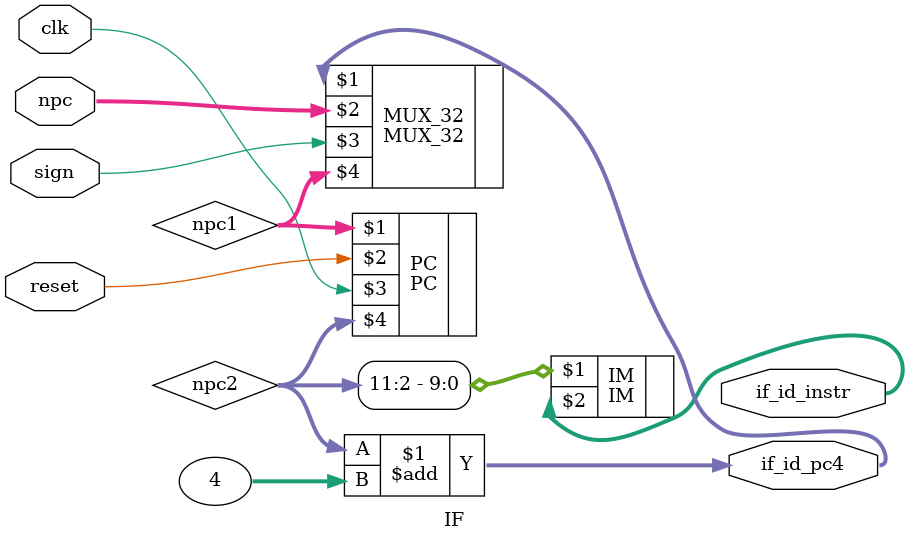
<source format=v>
`timescale 1ns / 1ps


module IF(
    input   clk,
    input   reset,
    input   sign,      //选择pc+4还是npc
    input   [31:0]npc, //下一条指令
    output  [31:0]if_id_pc4,
    output  [31:0]if_id_instr
    );
    wire    [31:0]npc1;
    wire    [31:0]instr;
    wire    [31:0]npc2;
    MUX_32 MUX_32(if_id_pc4,npc,sign,npc1);
    PC  PC(npc1,reset,clk,npc2);
    IM IM(npc2[11:2],if_id_instr);

    assign if_id_pc4 = npc2+4;
endmodule

</source>
